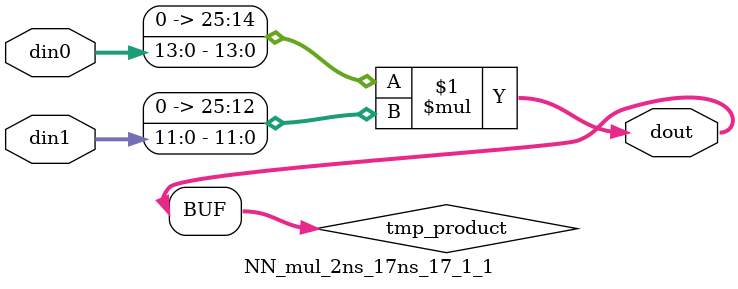
<source format=v>

`timescale 1 ns / 1 ps

 module NN_mul_2ns_17ns_17_1_1(din0, din1, dout);
parameter ID = 1;
parameter NUM_STAGE = 0;
parameter din0_WIDTH = 14;
parameter din1_WIDTH = 12;
parameter dout_WIDTH = 26;

input [din0_WIDTH - 1 : 0] din0; 
input [din1_WIDTH - 1 : 0] din1; 
output [dout_WIDTH - 1 : 0] dout;

wire signed [dout_WIDTH - 1 : 0] tmp_product;
























assign tmp_product = $signed({1'b0, din0}) * $signed({1'b0, din1});











assign dout = tmp_product;





















endmodule

</source>
